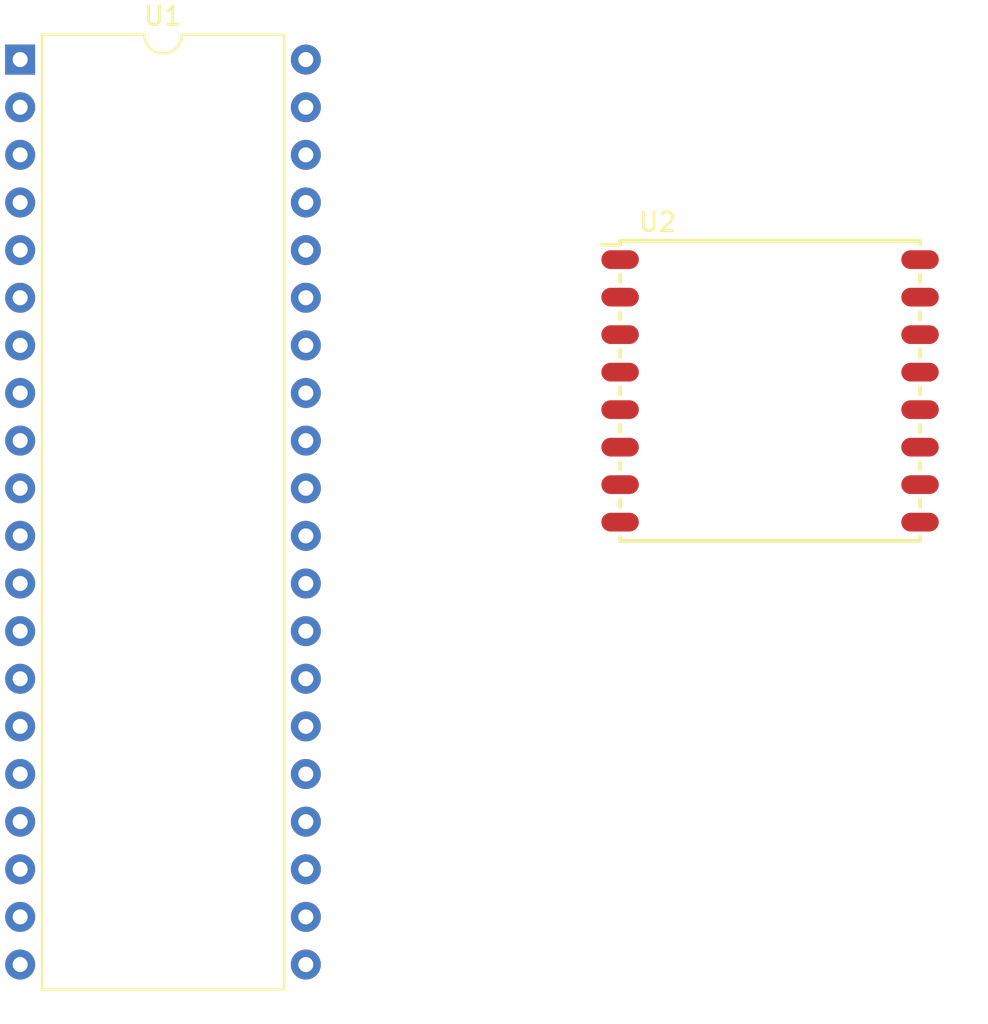
<source format=kicad_pcb>
(kicad_pcb (version 20171130) (host pcbnew 5.1.9-73d0e3b20d~88~ubuntu18.04.1)

  (general
    (thickness 1.6)
    (drawings 0)
    (tracks 0)
    (zones 0)
    (modules 2)
    (nets 6)
  )

  (page A4)
  (layers
    (0 F.Cu signal)
    (31 B.Cu signal)
    (32 B.Adhes user)
    (33 F.Adhes user)
    (34 B.Paste user)
    (35 F.Paste user)
    (36 B.SilkS user)
    (37 F.SilkS user)
    (38 B.Mask user)
    (39 F.Mask user)
    (40 Dwgs.User user)
    (41 Cmts.User user)
    (42 Eco1.User user)
    (43 Eco2.User user)
    (44 Edge.Cuts user)
    (45 Margin user)
    (46 B.CrtYd user)
    (47 F.CrtYd user)
    (48 B.Fab user)
    (49 F.Fab user)
  )

  (setup
    (last_trace_width 0.25)
    (trace_clearance 0.2)
    (zone_clearance 0.508)
    (zone_45_only no)
    (trace_min 0.2)
    (via_size 0.8)
    (via_drill 0.4)
    (via_min_size 0.4)
    (via_min_drill 0.3)
    (uvia_size 0.3)
    (uvia_drill 0.1)
    (uvias_allowed no)
    (uvia_min_size 0.2)
    (uvia_min_drill 0.1)
    (edge_width 0.05)
    (segment_width 0.2)
    (pcb_text_width 0.3)
    (pcb_text_size 1.5 1.5)
    (mod_edge_width 0.12)
    (mod_text_size 1 1)
    (mod_text_width 0.15)
    (pad_size 1.524 1.524)
    (pad_drill 0.762)
    (pad_to_mask_clearance 0)
    (aux_axis_origin 0 0)
    (visible_elements FFFFFF7F)
    (pcbplotparams
      (layerselection 0x010fc_ffffffff)
      (usegerberextensions false)
      (usegerberattributes true)
      (usegerberadvancedattributes true)
      (creategerberjobfile true)
      (excludeedgelayer true)
      (linewidth 0.100000)
      (plotframeref false)
      (viasonmask false)
      (mode 1)
      (useauxorigin false)
      (hpglpennumber 1)
      (hpglpenspeed 20)
      (hpglpendiameter 15.000000)
      (psnegative false)
      (psa4output false)
      (plotreference true)
      (plotvalue true)
      (plotinvisibletext false)
      (padsonsilk false)
      (subtractmaskfromsilk false)
      (outputformat 1)
      (mirror false)
      (drillshape 1)
      (scaleselection 1)
      (outputdirectory ""))
  )

  (net 0 "")
  (net 1 11)
  (net 2 GND)
  (net 3 +3V3)
  (net 4 23)
  (net 5 22)

  (net_class Default "This is the default net class."
    (clearance 0.2)
    (trace_width 0.25)
    (via_dia 0.8)
    (via_drill 0.4)
    (uvia_dia 0.3)
    (uvia_drill 0.1)
    (add_net +3V3)
    (add_net 0)
    (add_net 1)
    (add_net 10)
    (add_net 11)
    (add_net 12)
    (add_net 13)
    (add_net 14)
    (add_net 15)
    (add_net 16)
    (add_net 17)
    (add_net 18)
    (add_net 19)
    (add_net 2)
    (add_net 20)
    (add_net 21)
    (add_net 22)
    (add_net 23)
    (add_net 3)
    (add_net 4)
    (add_net 5)
    (add_net 6)
    (add_net 7)
    (add_net 8)
    (add_net 9)
    (add_net A0)
    (add_net A1)
    (add_net A2)
    (add_net A3)
    (add_net A4)
    (add_net A5)
    (add_net A6)
    (add_net A7)
    (add_net AREF)
    (add_net GND)
    (add_net MISO)
    (add_net MOSI)
    (add_net "Net-(C1-Pad1)")
    (add_net "Net-(C2-Pad1)")
    (add_net "Net-(C3-Pad1)")
    (add_net "Net-(U2-Pad11)")
    (add_net "Net-(U2-Pad12)")
    (add_net "Net-(U2-Pad13)")
    (add_net "Net-(U2-Pad15)")
    (add_net "Net-(U2-Pad16)")
    (add_net "Net-(U2-Pad7)")
    (add_net "Net-(U2-Pad9)")
    (add_net SCK)
  )

  (module footprints:RFM95 (layer F.Cu) (tedit 585E5D4C) (tstamp 60629090)
    (at 70.866 62.23)
    (path /606219F2)
    (fp_text reference U2 (at 2 -2) (layer F.SilkS)
      (effects (font (size 1 1) (thickness 0.15)))
    )
    (fp_text value RFM95W-915S2 (at 13.5 -1.8) (layer F.Fab)
      (effects (font (size 1 1) (thickness 0.15)))
    )
    (fp_line (start 0 15) (end 0 14.8) (layer F.SilkS) (width 0.2))
    (fp_line (start 16 15) (end 0 15) (layer F.SilkS) (width 0.2))
    (fp_line (start 16 14.8) (end 16 15) (layer F.SilkS) (width 0.2))
    (fp_line (start 16 12.8) (end 16 13.2) (layer F.SilkS) (width 0.2))
    (fp_line (start 16 10.8) (end 16 11.2) (layer F.SilkS) (width 0.2))
    (fp_line (start 16 8.8) (end 16 9.2) (layer F.SilkS) (width 0.2))
    (fp_line (start 16 6.8) (end 16 7.2) (layer F.SilkS) (width 0.2))
    (fp_line (start 16 4.8) (end 16 5.2) (layer F.SilkS) (width 0.2))
    (fp_line (start 16 2.8) (end 16 3.2) (layer F.SilkS) (width 0.2))
    (fp_line (start 16 0.8) (end 16 1.2) (layer F.SilkS) (width 0.2))
    (fp_line (start 16 -1) (end 16 -0.8) (layer F.SilkS) (width 0.2))
    (fp_line (start 0 12.8) (end 0 13.2) (layer F.SilkS) (width 0.2))
    (fp_line (start 0 -0.8) (end 0 -1) (layer F.SilkS) (width 0.2))
    (fp_line (start -1 -0.8) (end 0 -0.8) (layer F.SilkS) (width 0.2))
    (fp_line (start 0 1.2) (end 0 0.8) (layer F.SilkS) (width 0.2))
    (fp_line (start 0 3.2) (end 0 2.8) (layer F.SilkS) (width 0.2))
    (fp_line (start 0 4.8) (end 0 5.2) (layer F.SilkS) (width 0.2))
    (fp_line (start 0 6.8) (end 0 7.2) (layer F.SilkS) (width 0.2))
    (fp_line (start 0 8.8) (end 0 9.2) (layer F.SilkS) (width 0.2))
    (fp_line (start 0 10.8) (end 0 11.2) (layer F.SilkS) (width 0.2))
    (fp_line (start 0 -1) (end 16 -1) (layer F.SilkS) (width 0.2))
    (pad 16 smd oval (at 16 0) (size 2 1) (layers F.Cu F.Paste F.Mask))
    (pad 15 smd oval (at 16 2) (size 2 1) (layers F.Cu F.Paste F.Mask))
    (pad 14 smd oval (at 16 4) (size 2 1) (layers F.Cu F.Paste F.Mask)
      (net 1 11))
    (pad 13 smd oval (at 16 6) (size 2 1) (layers F.Cu F.Paste F.Mask))
    (pad 12 smd oval (at 16 8) (size 2 1) (layers F.Cu F.Paste F.Mask))
    (pad 11 smd oval (at 16 10) (size 2 1) (layers F.Cu F.Paste F.Mask))
    (pad 10 smd oval (at 16 12) (size 2 1) (layers F.Cu F.Paste F.Mask)
      (net 2 GND))
    (pad 9 smd oval (at 16 14) (size 2 1) (layers F.Cu F.Paste F.Mask))
    (pad 8 smd oval (at 0 14) (size 2 1) (layers F.Cu F.Paste F.Mask)
      (net 2 GND))
    (pad 7 smd oval (at 0 12) (size 2 1) (layers F.Cu F.Paste F.Mask))
    (pad 6 smd oval (at 0 10) (size 2 1) (layers F.Cu F.Paste F.Mask)
      (net 4 23))
    (pad 5 smd oval (at 0 8) (size 2 1) (layers F.Cu F.Paste F.Mask)
      (net 5 22))
    (pad 4 smd oval (at 0 6) (size 2 1) (layers F.Cu F.Paste F.Mask))
    (pad 3 smd oval (at 0 4) (size 2 1) (layers F.Cu F.Paste F.Mask))
    (pad 2 smd oval (at 0 2) (size 2 1) (layers F.Cu F.Paste F.Mask))
    (pad 1 smd oval (at 0 0) (size 2 1) (layers F.Cu F.Paste F.Mask)
      (net 2 GND))
  )

  (module Package_DIP:DIP-40_W15.24mm (layer F.Cu) (tedit 5A02E8C5) (tstamp 606244A9)
    (at 38.862 51.562)
    (descr "40-lead though-hole mounted DIP package, row spacing 15.24 mm (600 mils)")
    (tags "THT DIP DIL PDIP 2.54mm 15.24mm 600mil")
    (path /6061E5F3)
    (fp_text reference U1 (at 7.62 -2.33) (layer F.SilkS)
      (effects (font (size 1 1) (thickness 0.15)))
    )
    (fp_text value ATmega1284P-PU (at 7.62 50.59) (layer F.Fab)
      (effects (font (size 1 1) (thickness 0.15)))
    )
    (fp_text user %R (at 7.62 24.13) (layer F.Fab)
      (effects (font (size 1 1) (thickness 0.15)))
    )
    (fp_arc (start 7.62 -1.33) (end 6.62 -1.33) (angle -180) (layer F.SilkS) (width 0.12))
    (fp_line (start 1.255 -1.27) (end 14.985 -1.27) (layer F.Fab) (width 0.1))
    (fp_line (start 14.985 -1.27) (end 14.985 49.53) (layer F.Fab) (width 0.1))
    (fp_line (start 14.985 49.53) (end 0.255 49.53) (layer F.Fab) (width 0.1))
    (fp_line (start 0.255 49.53) (end 0.255 -0.27) (layer F.Fab) (width 0.1))
    (fp_line (start 0.255 -0.27) (end 1.255 -1.27) (layer F.Fab) (width 0.1))
    (fp_line (start 6.62 -1.33) (end 1.16 -1.33) (layer F.SilkS) (width 0.12))
    (fp_line (start 1.16 -1.33) (end 1.16 49.59) (layer F.SilkS) (width 0.12))
    (fp_line (start 1.16 49.59) (end 14.08 49.59) (layer F.SilkS) (width 0.12))
    (fp_line (start 14.08 49.59) (end 14.08 -1.33) (layer F.SilkS) (width 0.12))
    (fp_line (start 14.08 -1.33) (end 8.62 -1.33) (layer F.SilkS) (width 0.12))
    (fp_line (start -1.05 -1.55) (end -1.05 49.8) (layer F.CrtYd) (width 0.05))
    (fp_line (start -1.05 49.8) (end 16.3 49.8) (layer F.CrtYd) (width 0.05))
    (fp_line (start 16.3 49.8) (end 16.3 -1.55) (layer F.CrtYd) (width 0.05))
    (fp_line (start 16.3 -1.55) (end -1.05 -1.55) (layer F.CrtYd) (width 0.05))
    (pad 40 thru_hole oval (at 15.24 0) (size 1.6 1.6) (drill 0.8) (layers *.Cu *.Mask))
    (pad 20 thru_hole oval (at 0 48.26) (size 1.6 1.6) (drill 0.8) (layers *.Cu *.Mask))
    (pad 39 thru_hole oval (at 15.24 2.54) (size 1.6 1.6) (drill 0.8) (layers *.Cu *.Mask))
    (pad 19 thru_hole oval (at 0 45.72) (size 1.6 1.6) (drill 0.8) (layers *.Cu *.Mask))
    (pad 38 thru_hole oval (at 15.24 5.08) (size 1.6 1.6) (drill 0.8) (layers *.Cu *.Mask))
    (pad 18 thru_hole oval (at 0 43.18) (size 1.6 1.6) (drill 0.8) (layers *.Cu *.Mask))
    (pad 37 thru_hole oval (at 15.24 7.62) (size 1.6 1.6) (drill 0.8) (layers *.Cu *.Mask))
    (pad 17 thru_hole oval (at 0 40.64) (size 1.6 1.6) (drill 0.8) (layers *.Cu *.Mask)
      (net 1 11))
    (pad 36 thru_hole oval (at 15.24 10.16) (size 1.6 1.6) (drill 0.8) (layers *.Cu *.Mask))
    (pad 16 thru_hole oval (at 0 38.1) (size 1.6 1.6) (drill 0.8) (layers *.Cu *.Mask))
    (pad 35 thru_hole oval (at 15.24 12.7) (size 1.6 1.6) (drill 0.8) (layers *.Cu *.Mask))
    (pad 15 thru_hole oval (at 0 35.56) (size 1.6 1.6) (drill 0.8) (layers *.Cu *.Mask))
    (pad 34 thru_hole oval (at 15.24 15.24) (size 1.6 1.6) (drill 0.8) (layers *.Cu *.Mask))
    (pad 14 thru_hole oval (at 0 33.02) (size 1.6 1.6) (drill 0.8) (layers *.Cu *.Mask))
    (pad 33 thru_hole oval (at 15.24 17.78) (size 1.6 1.6) (drill 0.8) (layers *.Cu *.Mask))
    (pad 13 thru_hole oval (at 0 30.48) (size 1.6 1.6) (drill 0.8) (layers *.Cu *.Mask))
    (pad 32 thru_hole oval (at 15.24 20.32) (size 1.6 1.6) (drill 0.8) (layers *.Cu *.Mask))
    (pad 12 thru_hole oval (at 0 27.94) (size 1.6 1.6) (drill 0.8) (layers *.Cu *.Mask))
    (pad 31 thru_hole oval (at 15.24 22.86) (size 1.6 1.6) (drill 0.8) (layers *.Cu *.Mask)
      (net 2 GND))
    (pad 11 thru_hole oval (at 0 25.4) (size 1.6 1.6) (drill 0.8) (layers *.Cu *.Mask)
      (net 2 GND))
    (pad 30 thru_hole oval (at 15.24 25.4) (size 1.6 1.6) (drill 0.8) (layers *.Cu *.Mask)
      (net 3 +3V3))
    (pad 10 thru_hole oval (at 0 22.86) (size 1.6 1.6) (drill 0.8) (layers *.Cu *.Mask)
      (net 3 +3V3))
    (pad 29 thru_hole oval (at 15.24 27.94) (size 1.6 1.6) (drill 0.8) (layers *.Cu *.Mask)
      (net 4 23))
    (pad 9 thru_hole oval (at 0 20.32) (size 1.6 1.6) (drill 0.8) (layers *.Cu *.Mask))
    (pad 28 thru_hole oval (at 15.24 30.48) (size 1.6 1.6) (drill 0.8) (layers *.Cu *.Mask)
      (net 5 22))
    (pad 8 thru_hole oval (at 0 17.78) (size 1.6 1.6) (drill 0.8) (layers *.Cu *.Mask))
    (pad 27 thru_hole oval (at 15.24 33.02) (size 1.6 1.6) (drill 0.8) (layers *.Cu *.Mask))
    (pad 7 thru_hole oval (at 0 15.24) (size 1.6 1.6) (drill 0.8) (layers *.Cu *.Mask))
    (pad 26 thru_hole oval (at 15.24 35.56) (size 1.6 1.6) (drill 0.8) (layers *.Cu *.Mask))
    (pad 6 thru_hole oval (at 0 12.7) (size 1.6 1.6) (drill 0.8) (layers *.Cu *.Mask))
    (pad 25 thru_hole oval (at 15.24 38.1) (size 1.6 1.6) (drill 0.8) (layers *.Cu *.Mask))
    (pad 5 thru_hole oval (at 0 10.16) (size 1.6 1.6) (drill 0.8) (layers *.Cu *.Mask))
    (pad 24 thru_hole oval (at 15.24 40.64) (size 1.6 1.6) (drill 0.8) (layers *.Cu *.Mask))
    (pad 4 thru_hole oval (at 0 7.62) (size 1.6 1.6) (drill 0.8) (layers *.Cu *.Mask))
    (pad 23 thru_hole oval (at 15.24 43.18) (size 1.6 1.6) (drill 0.8) (layers *.Cu *.Mask))
    (pad 3 thru_hole oval (at 0 5.08) (size 1.6 1.6) (drill 0.8) (layers *.Cu *.Mask))
    (pad 22 thru_hole oval (at 15.24 45.72) (size 1.6 1.6) (drill 0.8) (layers *.Cu *.Mask))
    (pad 2 thru_hole oval (at 0 2.54) (size 1.6 1.6) (drill 0.8) (layers *.Cu *.Mask))
    (pad 21 thru_hole oval (at 15.24 48.26) (size 1.6 1.6) (drill 0.8) (layers *.Cu *.Mask))
    (pad 1 thru_hole rect (at 0 0) (size 1.6 1.6) (drill 0.8) (layers *.Cu *.Mask))
    (model ${KISYS3DMOD}/Package_DIP.3dshapes/DIP-40_W15.24mm.wrl
      (at (xyz 0 0 0))
      (scale (xyz 1 1 1))
      (rotate (xyz 0 0 0))
    )
  )

)

</source>
